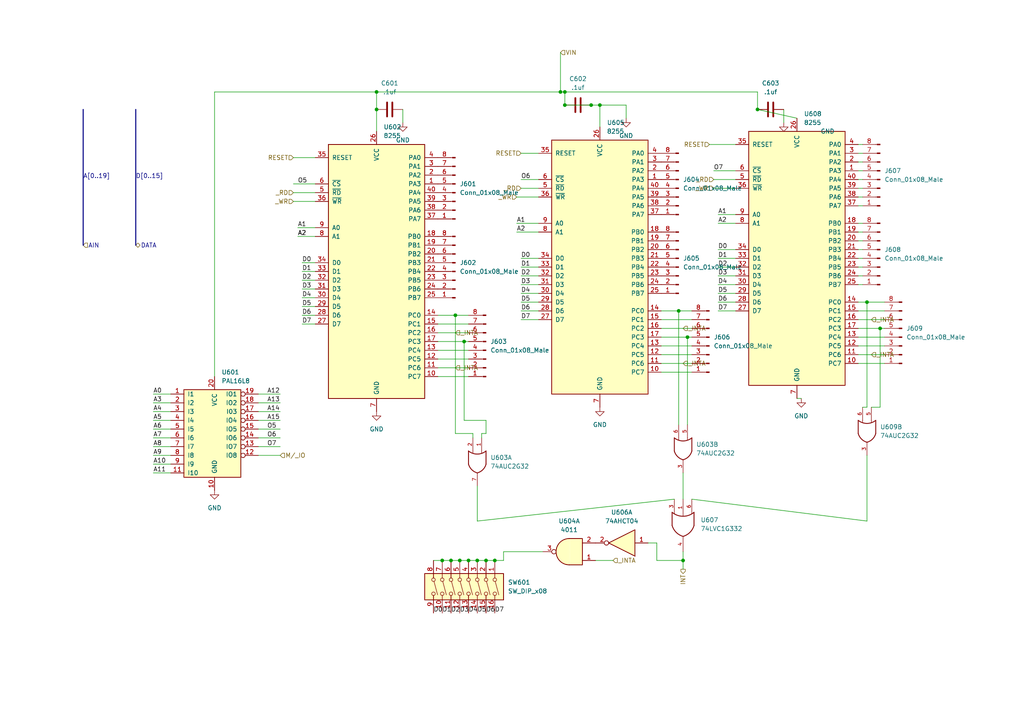
<source format=kicad_sch>
(kicad_sch (version 20211123) (generator eeschema)
  (paper "A4")
  (lib_symbols
    (symbol "4xxx:4011" (pin_names (offset 1.016))
      (property "Reference" "U" (at 0 1.27 0))
      (property "Value" "4011" (at 0 -1.27 0))
      (symbol "4011_1_1"
        (arc (start 0 -3.81) (mid 3.81 0) (end 0 3.81) (stroke (width 0.254)) (fill (type background)))
        (polyline (pts (xy 0 3.81) (xy -3.81 3.81) (xy -3.81 -3.81) (xy 0 -3.81)) (stroke (width 0.254)) (fill (type background)))
        (pin input line (at -7.62 2.54 0) (length 3.81) (name "~") (number "1"))
        (pin input line (at -7.62 -2.54 0) (length 3.81) (name "~") (number "2"))
        (pin output inverted (at 7.62 0 180) (length 3.81) (name "~") (number "3"))
      )
      (symbol "4011_1_2"
        (arc (start -3.81 -3.81) (mid -2.589 0) (end -3.81 3.81) (stroke (width 0.254)))
        (arc (start -0.6096 -3.81) (mid 2.1842 -2.5851) (end 3.81 0) (stroke (width 0.254)) (fill (type background)))
        (polyline (pts (xy -3.81 -3.81) (xy -0.635 -3.81)) (stroke (width 0.254)) (fill (type background)))
        (polyline (pts (xy -3.81 3.81) (xy -0.635 3.81)) (stroke (width 0.254)) (fill (type background)))
        (polyline (pts (xy -0.635 3.81) (xy -3.81 3.81) (xy -3.81 3.81) (xy -3.556 3.4036) (xy -3.0226 2.2606) (xy -2.6924 1.0414) (xy -2.6162 -0.254) (xy -2.7686 -1.4986) (xy -3.175 -2.7178) (xy -3.81 -3.81) (xy -3.81 -3.81) (xy -0.635 -3.81)) (stroke (width -25.4)) (fill (type background)))
        (arc (start 3.81 0) (mid 2.1915 2.5936) (end -0.6096 3.81) (stroke (width 0.254)) (fill (type background)))
        (pin input inverted (at -7.62 2.54 0) (length 4.318) (name "~") (number "1"))
        (pin input inverted (at -7.62 -2.54 0) (length 4.318) (name "~") (number "2"))
        (pin output line (at 7.62 0 180) (length 3.81) (name "~") (number "3"))
      )
      (symbol "4011_2_1"
        (arc (start 0 -3.81) (mid 3.81 0) (end 0 3.81) (stroke (width 0.254)) (fill (type background)))
        (polyline (pts (xy 0 3.81) (xy -3.81 3.81) (xy -3.81 -3.81) (xy 0 -3.81)) (stroke (width 0.254)) (fill (type background)))
        (pin output inverted (at 7.62 0 180) (length 3.81) (name "~") (number "4"))
        (pin input line (at -7.62 2.54 0) (length 3.81) (name "~") (number "5"))
        (pin input line (at -7.62 -2.54 0) (length 3.81) (name "~") (number "6"))
      )
      (symbol "4011_2_2"
        (arc (start -3.81 -3.81) (mid -2.589 0) (end -3.81 3.81) (stroke (width 0.254)))
        (arc (start -0.6096 -3.81) (mid 2.1842 -2.5851) (end 3.81 0) (stroke (width 0.254)) (fill (type background)))
        (polyline (pts (xy -3.81 -3.81) (xy -0.635 -3.81)) (stroke (width 0.254)) (fill (type background)))
        (polyline (pts (xy -3.81 3.81) (xy -0.635 3.81)) (stroke (width 0.254)) (fill (type background)))
        (polyline (pts (xy -0.635 3.81) (xy -3.81 3.81) (xy -3.81 3.81) (xy -3.556 3.4036) (xy -3.0226 2.2606) (xy -2.6924 1.0414) (xy -2.6162 -0.254) (xy -2.7686 -1.4986) (xy -3.175 -2.7178) (xy -3.81 -3.81) (xy -3.81 -3.81) (xy -0.635 -3.81)) (stroke (width -25.4)) (fill (type background)))
        (arc (start 3.81 0) (mid 2.1915 2.5936) (end -0.6096 3.81) (stroke (width 0.254)) (fill (type background)))
        (pin output line (at 7.62 0 180) (length 3.81) (name "~") (number "4"))
        (pin input inverted (at -7.62 2.54 0) (length 4.318) (name "~") (number "5"))
        (pin input inverted (at -7.62 -2.54 0) (length 4.318) (name "~") (number "6"))
      )
      (symbol "4011_3_1"
        (arc (start 0 -3.81) (mid 3.81 0) (end 0 3.81) (stroke (width 0.254)) (fill (type background)))
        (polyline (pts (xy 0 3.81) (xy -3.81 3.81) (xy -3.81 -3.81) (xy 0 -3.81)) (stroke (width 0.254)) (fill (type background)))
        (pin output inverted (at 7.62 0 180) (length 3.81) (name "~") (number "10"))
        (pin input line (at -7.62 2.54 0) (length 3.81) (name "~") (number "8"))
        (pin input line (at -7.62 -2.54 0) (length 3.81) (name "~") (number "9"))
      )
      (symbol "4011_3_2"
        (arc (start -3.81 -3.81) (mid -2.589 0) (end -3.81 3.81) (stroke (width 0.254)))
        (arc (start -0.6096 -3.81) (mid 2.1842 -2.5851) (end 3.81 0) (stroke (width 0.254)) (fill (type background)))
        (polyline (pts (xy -3.81 -3.81) (xy -0.635 -3.81)) (stroke (width 0.254)) (fill (type background)))
        (polyline (pts (xy -3.81 3.81) (xy -0.635 3.81)) (stroke (width 0.254)) (fill (type background)))
        (polyline (pts (xy -0.635 3.81) (xy -3.81 3.81) (xy -3.81 3.81) (xy -3.556 3.4036) (xy -3.0226 2.2606) (xy -2.6924 1.0414) (xy -2.6162 -0.254) (xy -2.7686 -1.4986) (xy -3.175 -2.7178) (xy -3.81 -3.81) (xy -3.81 -3.81) (xy -0.635 -3.81)) (stroke (width -25.4)) (fill (type background)))
        (arc (start 3.81 0) (mid 2.1915 2.5936) (end -0.6096 3.81) (stroke (width 0.254)) (fill (type background)))
        (pin output line (at 7.62 0 180) (length 3.81) (name "~") (number "10"))
        (pin input inverted (at -7.62 2.54 0) (length 4.318) (name "~") (number "8"))
        (pin input inverted (at -7.62 -2.54 0) (length 4.318) (name "~") (number "9"))
      )
      (symbol "4011_4_1"
        (arc (start 0 -3.81) (mid 3.81 0) (end 0 3.81) (stroke (width 0.254)) (fill (type background)))
        (polyline (pts (xy 0 3.81) (xy -3.81 3.81) (xy -3.81 -3.81) (xy 0 -3.81)) (stroke (width 0.254)) (fill (type background)))
        (pin output inverted (at 7.62 0 180) (length 3.81) (name "~") (number "11"))
        (pin input line (at -7.62 2.54 0) (length 3.81) (name "~") (number "12"))
        (pin input line (at -7.62 -2.54 0) (length 3.81) (name "~") (number "13"))
      )
      (symbol "4011_4_2"
        (arc (start -3.81 -3.81) (mid -2.589 0) (end -3.81 3.81) (stroke (width 0.254)))
        (arc (start -0.6096 -3.81) (mid 2.1842 -2.5851) (end 3.81 0) (stroke (width 0.254)) (fill (type background)))
        (polyline (pts (xy -3.81 -3.81) (xy -0.635 -3.81)) (stroke (width 0.254)) (fill (type background)))
        (polyline (pts (xy -3.81 3.81) (xy -0.635 3.81)) (stroke (width 0.254)) (fill (type background)))
        (polyline (pts (xy -0.635 3.81) (xy -3.81 3.81) (xy -3.81 3.81) (xy -3.556 3.4036) (xy -3.0226 2.2606) (xy -2.6924 1.0414) (xy -2.6162 -0.254) (xy -2.7686 -1.4986) (xy -3.175 -2.7178) (xy -3.81 -3.81) (xy -3.81 -3.81) (xy -0.635 -3.81)) (stroke (width -25.4)) (fill (type background)))
        (arc (start 3.81 0) (mid 2.1915 2.5936) (end -0.6096 3.81) (stroke (width 0.254)) (fill (type background)))
        (pin output line (at 7.62 0 180) (length 3.81) (name "~") (number "11"))
        (pin input inverted (at -7.62 2.54 0) (length 4.318) (name "~") (number "12"))
        (pin input inverted (at -7.62 -2.54 0) (length 4.318) (name "~") (number "13"))
      )
      (symbol "4011_5_0"
        (pin power_in line (at 0 12.7 270) (length 5.08) (name "VDD") (number "14"))
        (pin power_in line (at 0 -12.7 90) (length 5.08) (name "VSS") (number "7"))
      )
      (symbol "4011_5_1"
        (rectangle (start -5.08 7.62) (end 5.08 -7.62) (stroke (width 0.254)) (fill (type background)))
      )
    )
    (symbol "74xGxx:74AUC2G32" (pin_names (offset 1.016))
      (property "Reference" "U" (at -2.54 3.81 0))
      (property "Value" "74AUC2G32" (at 0 -3.81 0))
      (symbol "74AUC2G32_0_1"
        (arc (start -3.81 -2.54) (mid -2.919 0) (end -3.81 2.54) (stroke (width 0.254)))
        (arc (start 0 -2.54) (mid 1.5993 -1.6027) (end 2.54 0) (stroke (width 0.254)))
        (polyline (pts (xy -3.81 -1.27) (xy -3.175 -1.27)))
        (polyline (pts (xy -3.81 1.27) (xy -3.175 1.27)))
        (polyline (pts (xy 0 -2.54) (xy -3.81 -2.54)) (stroke (width 0.254)) (fill (type background)))
        (polyline (pts (xy 0 2.54) (xy -3.81 2.54)) (stroke (width 0.254)) (fill (type background)))
        (arc (start 2.54 0) (mid 1.6119 1.6152) (end 0 2.54) (stroke (width 0.254)))
        (pin power_in line (at 0 -2.54 270) (length 0) hide (name "GND") (number "4"))
        (pin power_in line (at 0 2.54 90) (length 0) hide (name "VCC") (number "8"))
      )
      (symbol "74AUC2G32_1_1"
        (pin input line (at -7.62 1.27 0) (length 3.81) (name "~") (number "1"))
        (pin input line (at -7.62 -1.27 0) (length 3.81) (name "~") (number "2"))
        (pin output line (at 6.35 0 180) (length 3.81) (name "~") (number "7"))
      )
      (symbol "74AUC2G32_2_1"
        (pin output line (at 6.35 0 180) (length 3.81) (name "~") (number "3"))
        (pin input line (at -7.62 1.27 0) (length 3.81) (name "~") (number "5"))
        (pin input line (at -7.62 -1.27 0) (length 3.81) (name "~") (number "6"))
      )
    )
    (symbol "74xGxx:74LVC1G332" (pin_names (offset 1.016))
      (property "Reference" "U" (at -2.54 5.08 0))
      (property "Value" "74LVC1G332" (at 0 -5.08 0))
      (symbol "74LVC1G332_0_1"
        (arc (start -3.81 -3.175) (mid -2.6605 0) (end -3.81 3.175) (stroke (width 0.254)))
        (arc (start 0 -3.175) (mid 1.9989 -1.9989) (end 3.175 0) (stroke (width 0.254)))
        (polyline (pts (xy 0 -3.175) (xy -3.81 -3.175)) (stroke (width 0.254)))
        (polyline (pts (xy 0 3.175) (xy -3.81 3.175)) (stroke (width 0.254)))
        (arc (start 3.175 0) (mid 1.9989 1.9989) (end 0 3.175) (stroke (width 0.254)))
      )
      (symbol "74LVC1G332_1_1"
        (pin input line (at -7.62 0 0) (length 4.826) (name "~") (number "1"))
        (pin power_in line (at 0 -3.175 270) (length 0) hide (name "GND") (number "2"))
        (pin input line (at -7.62 -2.54 0) (length 4.191) (name "~") (number "3"))
        (pin output line (at 7.62 0 180) (length 4.445) (name "~") (number "4"))
        (pin power_in line (at 0 3.175 90) (length 0) hide (name "VCC") (number "5"))
        (pin input line (at -7.62 2.54 0) (length 4.191) (name "~") (number "6"))
      )
    )
    (symbol "74xx:74AHCT04"
      (property "Reference" "U" (at 0 1.27 0))
      (property "Value" "74AHCT04" (at 0 -1.27 0))
      (symbol "74AHCT04_1_0"
        (polyline (pts (xy -3.81 3.81) (xy -3.81 -3.81) (xy 3.81 0) (xy -3.81 3.81)) (stroke (width 0.254)) (fill (type background)))
        (pin input line (at -7.62 0 0) (length 3.81) (name "~") (number "1"))
        (pin output inverted (at 7.62 0 180) (length 3.81) (name "~") (number "2"))
      )
      (symbol "74AHCT04_2_0"
        (polyline (pts (xy -3.81 3.81) (xy -3.81 -3.81) (xy 3.81 0) (xy -3.81 3.81)) (stroke (width 0.254)) (fill (type background)))
        (pin input line (at -7.62 0 0) (length 3.81) (name "~") (number "3"))
        (pin output inverted (at 7.62 0 180) (length 3.81) (name "~") (number "4"))
      )
      (symbol "74AHCT04_3_0"
        (polyline (pts (xy -3.81 3.81) (xy -3.81 -3.81) (xy 3.81 0) (xy -3.81 3.81)) (stroke (width 0.254)) (fill (type background)))
        (pin input line (at -7.62 0 0) (length 3.81) (name "~") (number "5"))
        (pin output inverted (at 7.62 0 180) (length 3.81) (name "~") (number "6"))
      )
      (symbol "74AHCT04_4_0"
        (polyline (pts (xy -3.81 3.81) (xy -3.81 -3.81) (xy 3.81 0) (xy -3.81 3.81)) (stroke (width 0.254)) (fill (type background)))
        (pin output inverted (at 7.62 0 180) (length 3.81) (name "~") (number "8"))
        (pin input line (at -7.62 0 0) (length 3.81) (name "~") (number "9"))
      )
      (symbol "74AHCT04_5_0"
        (polyline (pts (xy -3.81 3.81) (xy -3.81 -3.81) (xy 3.81 0) (xy -3.81 3.81)) (stroke (width 0.254)) (fill (type background)))
        (pin output inverted (at 7.62 0 180) (length 3.81) (name "~") (number "10"))
        (pin input line (at -7.62 0 0) (length 3.81) (name "~") (number "11"))
      )
      (symbol "74AHCT04_6_0"
        (polyline (pts (xy -3.81 3.81) (xy -3.81 -3.81) (xy 3.81 0) (xy -3.81 3.81)) (stroke (width 0.254)) (fill (type background)))
        (pin output inverted (at 7.62 0 180) (length 3.81) (name "~") (number "12"))
        (pin input line (at -7.62 0 0) (length 3.81) (name "~") (number "13"))
      )
      (symbol "74AHCT04_7_0"
        (pin power_in line (at 0 12.7 270) (length 5.08) (name "VCC") (number "14"))
        (pin power_in line (at 0 -12.7 90) (length 5.08) (name "GND") (number "7"))
      )
      (symbol "74AHCT04_7_1"
        (rectangle (start -5.08 7.62) (end 5.08 -7.62) (stroke (width 0.254)) (fill (type background)))
      )
    )
    (symbol "Connector:Conn_01x08_Male" (pin_names (offset 1.016) hide)
      (property "Reference" "J" (at 0 10.16 0))
      (property "Value" "Conn_01x08_Male" (at 0 -12.7 0))
      (symbol "Conn_01x08_Male_1_1"
        (polyline (pts (xy 1.27 -10.16) (xy 0.8636 -10.16)) (stroke (width 0.1524)))
        (polyline (pts (xy 1.27 -7.62) (xy 0.8636 -7.62)) (stroke (width 0.1524)))
        (polyline (pts (xy 1.27 -5.08) (xy 0.8636 -5.08)) (stroke (width 0.1524)))
        (polyline (pts (xy 1.27 -2.54) (xy 0.8636 -2.54)) (stroke (width 0.1524)))
        (polyline (pts (xy 1.27 0) (xy 0.8636 0)) (stroke (width 0.1524)))
        (polyline (pts (xy 1.27 2.54) (xy 0.8636 2.54)) (stroke (width 0.1524)))
        (polyline (pts (xy 1.27 5.08) (xy 0.8636 5.08)) (stroke (width 0.1524)))
        (polyline (pts (xy 1.27 7.62) (xy 0.8636 7.62)) (stroke (width 0.1524)))
        (rectangle (start 0.8636 -10.033) (end 0 -10.287) (stroke (width 0.1524)) (fill (type outline)))
        (rectangle (start 0.8636 -7.493) (end 0 -7.747) (stroke (width 0.1524)) (fill (type outline)))
        (rectangle (start 0.8636 -4.953) (end 0 -5.207) (stroke (width 0.1524)) (fill (type outline)))
        (rectangle (start 0.8636 -2.413) (end 0 -2.667) (stroke (width 0.1524)) (fill (type outline)))
        (rectangle (start 0.8636 0.127) (end 0 -0.127) (stroke (width 0.1524)) (fill (type outline)))
        (rectangle (start 0.8636 2.667) (end 0 2.413) (stroke (width 0.1524)) (fill (type outline)))
        (rectangle (start 0.8636 5.207) (end 0 4.953) (stroke (width 0.1524)) (fill (type outline)))
        (rectangle (start 0.8636 7.747) (end 0 7.493) (stroke (width 0.1524)) (fill (type outline)))
        (pin passive line (at 5.08 7.62 180) (length 3.81) (name "Pin_1") (number "1"))
        (pin passive line (at 5.08 5.08 180) (length 3.81) (name "Pin_2") (number "2"))
        (pin passive line (at 5.08 2.54 180) (length 3.81) (name "Pin_3") (number "3"))
        (pin passive line (at 5.08 0 180) (length 3.81) (name "Pin_4") (number "4"))
        (pin passive line (at 5.08 -2.54 180) (length 3.81) (name "Pin_5") (number "5"))
        (pin passive line (at 5.08 -5.08 180) (length 3.81) (name "Pin_6") (number "6"))
        (pin passive line (at 5.08 -7.62 180) (length 3.81) (name "Pin_7") (number "7"))
        (pin passive line (at 5.08 -10.16 180) (length 3.81) (name "Pin_8") (number "8"))
      )
    )
    (symbol "Device:C" (pin_numbers hide) (pin_names (offset 0.254))
      (property "Reference" "C" (at 0.635 2.54 0))
      (property "Value" "C" (at 0.635 -2.54 0))
      (symbol "C_0_1"
        (polyline (pts (xy -2.032 -0.762) (xy 2.032 -0.762)) (stroke (width 0.508)))
        (polyline (pts (xy -2.032 0.762) (xy 2.032 0.762)) (stroke (width 0.508)))
      )
      (symbol "C_1_1"
        (pin passive line (at 0 3.81 270) (length 2.794) (name "~") (number "1"))
        (pin passive line (at 0 -3.81 90) (length 2.794) (name "~") (number "2"))
      )
    )
    (symbol "Interface:8255" (pin_names (offset 1.016))
      (property "Reference" "U" (at -13.97 38.1 0))
      (property "Value" "8255" (at 8.89 38.1 0))
      (symbol "8255_1_1"
        (rectangle (start -13.97 -36.83) (end 13.97 36.83) (stroke (width 0.254)) (fill (type background)))
        (pin bidirectional line (at 17.78 25.4 180) (length 3.81) (name "PA3") (number "1"))
        (pin bidirectional line (at 17.78 -30.48 180) (length 3.81) (name "PC7") (number "10"))
        (pin bidirectional line (at 17.78 -27.94 180) (length 3.81) (name "PC6") (number "11"))
        (pin bidirectional line (at 17.78 -25.4 180) (length 3.81) (name "PC5") (number "12"))
        (pin bidirectional line (at 17.78 -22.86 180) (length 3.81) (name "PC4") (number "13"))
        (pin bidirectional line (at 17.78 -12.7 180) (length 3.81) (name "PC0") (number "14"))
        (pin bidirectional line (at 17.78 -15.24 180) (length 3.81) (name "PC1") (number "15"))
        (pin bidirectional line (at 17.78 -17.78 180) (length 3.81) (name "PC2") (number "16"))
        (pin bidirectional line (at 17.78 -20.32 180) (length 3.81) (name "PC3") (number "17"))
        (pin bidirectional line (at 17.78 10.16 180) (length 3.81) (name "PB0") (number "18"))
        (pin bidirectional line (at 17.78 7.62 180) (length 3.81) (name "PB1") (number "19"))
        (pin bidirectional line (at 17.78 27.94 180) (length 3.81) (name "PA2") (number "2"))
        (pin bidirectional line (at 17.78 5.08 180) (length 3.81) (name "PB2") (number "20"))
        (pin bidirectional line (at 17.78 2.54 180) (length 3.81) (name "PB3") (number "21"))
        (pin bidirectional line (at 17.78 0 180) (length 3.81) (name "PB4") (number "22"))
        (pin bidirectional line (at 17.78 -2.54 180) (length 3.81) (name "PB5") (number "23"))
        (pin bidirectional line (at 17.78 -5.08 180) (length 3.81) (name "PB6") (number "24"))
        (pin bidirectional line (at 17.78 -7.62 180) (length 3.81) (name "PB7") (number "25"))
        (pin power_in line (at 0 40.64 270) (length 3.81) (name "VCC") (number "26"))
        (pin bidirectional line (at -17.78 -15.24 0) (length 3.81) (name "D7") (number "27"))
        (pin bidirectional line (at -17.78 -12.7 0) (length 3.81) (name "D6") (number "28"))
        (pin bidirectional line (at -17.78 -10.16 0) (length 3.81) (name "D5") (number "29"))
        (pin bidirectional line (at 17.78 30.48 180) (length 3.81) (name "PA1") (number "3"))
        (pin bidirectional line (at -17.78 -7.62 0) (length 3.81) (name "D4") (number "30"))
        (pin bidirectional line (at -17.78 -5.08 0) (length 3.81) (name "D3") (number "31"))
        (pin bidirectional line (at -17.78 -2.54 0) (length 3.81) (name "D2") (number "32"))
        (pin bidirectional line (at -17.78 0 0) (length 3.81) (name "D1") (number "33"))
        (pin bidirectional line (at -17.78 2.54 0) (length 3.81) (name "D0") (number "34"))
        (pin input line (at -17.78 33.02 0) (length 3.81) (name "RESET") (number "35"))
        (pin input line (at -17.78 20.32 0) (length 3.81) (name "~{WR}") (number "36"))
        (pin bidirectional line (at 17.78 15.24 180) (length 3.81) (name "PA7") (number "37"))
        (pin bidirectional line (at 17.78 17.78 180) (length 3.81) (name "PA6") (number "38"))
        (pin bidirectional line (at 17.78 20.32 180) (length 3.81) (name "PA5") (number "39"))
        (pin bidirectional line (at 17.78 33.02 180) (length 3.81) (name "PA0") (number "4"))
        (pin bidirectional line (at 17.78 22.86 180) (length 3.81) (name "PA4") (number "40"))
        (pin input line (at -17.78 22.86 0) (length 3.81) (name "~{RD}") (number "5"))
        (pin input line (at -17.78 25.4 0) (length 3.81) (name "~{CS}") (number "6"))
        (pin power_in line (at 0 -40.64 90) (length 3.81) (name "GND") (number "7"))
        (pin input line (at -17.78 10.16 0) (length 3.81) (name "A1") (number "8"))
        (pin input line (at -17.78 12.7 0) (length 3.81) (name "A0") (number "9"))
      )
    )
    (symbol "Logic_Programmable:PAL16L8" (pin_names (offset 1.016))
      (property "Reference" "U" (at -8.89 16.51 0))
      (property "Value" "PAL16L8" (at 1.27 16.51 0))
      (symbol "PAL16L8_0_0"
        (pin power_in line (at 0 -15.24 90) (length 3.81) (name "GND") (number "10"))
        (pin power_in line (at 0 17.78 270) (length 3.81) (name "VCC") (number "20"))
      )
      (symbol "PAL16L8_0_1"
        (rectangle (start -8.89 13.97) (end 7.62 -11.43) (stroke (width 0.254)) (fill (type background)))
      )
      (symbol "PAL16L8_1_1"
        (pin input line (at -12.7 12.7 0) (length 3.81) (name "I1") (number "1"))
        (pin input line (at -12.7 -10.16 0) (length 3.81) (name "I10") (number "11"))
        (pin tri_state inverted (at 12.7 -5.08 180) (length 5.08) (name "IO8") (number "12"))
        (pin tri_state inverted (at 12.7 -2.54 180) (length 5.08) (name "IO7") (number "13"))
        (pin tri_state inverted (at 12.7 0 180) (length 5.08) (name "IO6") (number "14"))
        (pin tri_state inverted (at 12.7 2.54 180) (length 5.08) (name "IO5") (number "15"))
        (pin tri_state inverted (at 12.7 5.08 180) (length 5.08) (name "IO4") (number "16"))
        (pin tri_state inverted (at 12.7 7.62 180) (length 5.08) (name "I03") (number "17"))
        (pin tri_state inverted (at 12.7 10.16 180) (length 5.08) (name "IO2") (number "18"))
        (pin tri_state inverted (at 12.7 12.7 180) (length 5.08) (name "IO1") (number "19"))
        (pin input line (at -12.7 10.16 0) (length 3.81) (name "I2") (number "2"))
        (pin input line (at -12.7 7.62 0) (length 3.81) (name "I3") (number "3"))
        (pin input line (at -12.7 5.08 0) (length 3.81) (name "I4") (number "4"))
        (pin input line (at -12.7 2.54 0) (length 3.81) (name "I5") (number "5"))
        (pin input line (at -12.7 0 0) (length 3.81) (name "I6") (number "6"))
        (pin input line (at -12.7 -2.54 0) (length 3.81) (name "I7") (number "7"))
        (pin input line (at -12.7 -5.08 0) (length 3.81) (name "I8") (number "8"))
        (pin input line (at -12.7 -7.62 0) (length 3.81) (name "I9") (number "9"))
      )
    )
    (symbol "Switch:SW_DIP_x08" (pin_names (offset 0) hide)
      (property "Reference" "SW" (at 0 13.97 0))
      (property "Value" "SW_DIP_x08" (at 0 -11.43 0))
      (symbol "SW_DIP_x08_0_0"
        (circle (center -2.032 -7.62) (radius 0.508))
        (circle (center -2.032 -5.08) (radius 0.508))
        (circle (center -2.032 -2.54) (radius 0.508))
        (circle (center -2.032 0) (radius 0.508))
        (circle (center -2.032 2.54) (radius 0.508))
        (circle (center -2.032 5.08) (radius 0.508))
        (circle (center -2.032 7.62) (radius 0.508))
        (circle (center -2.032 10.16) (radius 0.508))
        (polyline (pts (xy -1.524 -7.4676) (xy 2.3622 -6.4262)))
        (polyline (pts (xy -1.524 -4.9276) (xy 2.3622 -3.8862)))
        (polyline (pts (xy -1.524 -2.3876) (xy 2.3622 -1.3462)))
        (polyline (pts (xy -1.524 0.127) (xy 2.3622 1.1684)))
        (polyline (pts (xy -1.524 2.667) (xy 2.3622 3.7084)))
        (polyline (pts (xy -1.524 5.207) (xy 2.3622 6.2484)))
        (polyline (pts (xy -1.524 7.747) (xy 2.3622 8.7884)))
        (polyline (pts (xy -1.524 10.287) (xy 2.3622 11.3284)))
        (circle (center 2.032 -7.62) (radius 0.508))
        (circle (center 2.032 -5.08) (radius 0.508))
        (circle (center 2.032 -2.54) (radius 0.508))
        (circle (center 2.032 0) (radius 0.508))
        (circle (center 2.032 2.54) (radius 0.508))
        (circle (center 2.032 5.08) (radius 0.508))
        (circle (center 2.032 7.62) (radius 0.508))
        (circle (center 2.032 10.16) (radius 0.508))
      )
      (symbol "SW_DIP_x08_0_1"
        (rectangle (start -3.81 12.7) (end 3.81 -10.16) (stroke (width 0.254)) (fill (type background)))
      )
      (symbol "SW_DIP_x08_1_1"
        (pin passive line (at -7.62 10.16 0) (length 5.08) (name "~") (number "1"))
        (pin passive line (at 7.62 -5.08 180) (length 5.08) (name "~") (number "10"))
        (pin passive line (at 7.62 -2.54 180) (length 5.08) (name "~") (number "11"))
        (pin passive line (at 7.62 0 180) (length 5.08) (name "~") (number "12"))
        (pin passive line (at 7.62 2.54 180) (length 5.08) (name "~") (number "13"))
        (pin passive line (at 7.62 5.08 180) (length 5.08) (name "~") (number "14"))
        (pin passive line (at 7.62 7.62 180) (length 5.08) (name "~") (number "15"))
        (pin passive line (at 7.62 10.16 180) (length 5.08) (name "~") (number "16"))
        (pin passive line (at -7.62 7.62 0) (length 5.08) (name "~") (number "2"))
        (pin passive line (at -7.62 5.08 0) (length 5.08) (name "~") (number "3"))
        (pin passive line (at -7.62 2.54 0) (length 5.08) (name "~") (number "4"))
        (pin passive line (at -7.62 0 0) (length 5.08) (name "~") (number "5"))
        (pin passive line (at -7.62 -2.54 0) (length 5.08) (name "~") (number "6"))
        (pin passive line (at -7.62 -5.08 0) (length 5.08) (name "~") (number "7"))
        (pin passive line (at -7.62 -7.62 0) (length 5.08) (name "~") (number "8"))
        (pin passive line (at 7.62 -7.62 180) (length 5.08) (name "~") (number "9"))
      )
    )
    (symbol "power:GND" (power) (pin_names (offset 0))
      (property "Value" "GND" (at 0 -3.81 0))
      (symbol "GND_0_1"
        (polyline (pts (xy 0 0) (xy 0 -1.27) (xy 1.27 -1.27) (xy 0 -2.54) (xy -1.27 -1.27) (xy 0 -1.27)))
      )
      (symbol "GND_1_1"
        (pin power_in line (at 0 0 270) (length 0) hide (name "GND") (number "1"))
      )
    )
  )
  (junction (at 171.45 30.48))
  (junction (at 109.22 26.67))
  (junction (at 199.39 97.79))
  (junction (at 132.08 91.44))
  (junction (at 162.56 26.67))
  (junction (at 163.83 26.67))
  (junction (at 255.27 95.25))
  (junction (at 130.81 162.56))
  (junction (at 198.12 162.56))
  (junction (at 128.27 162.56))
  (junction (at 138.43 162.56))
  (junction (at 219.71 31.75))
  (junction (at 196.85 90.17))
  (junction (at 134.62 99.06))
  (junction (at 135.89 162.56))
  (junction (at 251.46 87.63))
  (junction (at 163.83 30.48))
  (junction (at 109.22 31.75))
  (junction (at 140.97 162.56))
  (junction (at 133.35 162.56))
  (junction (at 143.51 162.56))
  (junction (at 173.99 30.48))
  (wire (pts (xy 137.16 125.73) (xy 137.16 127)))
  (wire (pts (xy 128.27 162.56) (xy 125.73 162.56)))
  (wire (pts (xy 190.5 157.48) (xy 190.5 162.56)))
  (wire (pts (xy 198.12 137.16) (xy 198.12 144.78)))
  (wire (pts (xy 181.61 30.48) (xy 173.99 30.48)))
  (wire (pts (xy 140.97 121.92) (xy 140.97 125.73)))
  (wire (pts (xy 87.63 76.2) (xy 91.44 76.2)))
  (wire (pts (xy 248.92 92.71) (xy 256.54 92.71)))
  (wire (pts (xy 248.92 102.87) (xy 256.54 102.87)))
  (wire (pts (xy 44.45 134.62) (xy 49.53 134.62)))
  (wire (pts (xy 74.93 124.46) (xy 81.28 124.46)))
  (wire (pts (xy 207.01 52.07) (xy 213.36 52.07)))
  (wire (pts (xy 248.92 80.01) (xy 250.19 80.01)))
  (wire (pts (xy 151.13 77.47) (xy 156.21 77.47)))
  (wire (pts (xy 109.22 26.67) (xy 109.22 31.75)))
  (wire (pts (xy 85.09 58.42) (xy 91.44 58.42)))
  (wire (pts (xy 87.63 81.28) (xy 91.44 81.28)))
  (wire (pts (xy 248.92 105.41) (xy 256.54 105.41)))
  (wire (pts (xy 250.19 118.11) (xy 251.46 118.11)))
  (wire (pts (xy 162.56 26.67) (xy 163.83 26.67)))
  (wire (pts (xy 171.45 30.48) (xy 163.83 30.48)))
  (wire (pts (xy 248.92 59.69) (xy 250.19 59.69)))
  (wire (pts (xy 151.13 92.71) (xy 156.21 92.71)))
  (wire (pts (xy 200.66 92.71) (xy 191.77 92.71)))
  (wire (pts (xy 248.92 52.07) (xy 250.19 52.07)))
  (wire (pts (xy 248.92 82.55) (xy 250.19 82.55)))
  (wire (pts (xy 200.66 102.87) (xy 191.77 102.87)))
  (wire (pts (xy 87.63 91.44) (xy 91.44 91.44)))
  (wire (pts (xy 74.93 116.84) (xy 81.28 116.84)))
  (wire (pts (xy 109.22 31.75) (xy 109.22 38.1)))
  (wire (pts (xy 200.66 105.41) (xy 191.77 105.41)))
  (wire (pts (xy 163.83 26.67) (xy 219.71 26.67)))
  (wire (pts (xy 132.08 91.44) (xy 132.08 125.73)))
  (wire (pts (xy 74.93 114.3) (xy 81.28 114.3)))
  (wire (pts (xy 149.86 57.15) (xy 156.21 57.15)))
  (wire (pts (xy 44.45 129.54) (xy 49.53 129.54)))
  (wire (pts (xy 231.14 115.57) (xy 232.41 115.57)))
  (wire (pts (xy 248.92 77.47) (xy 250.19 77.47)))
  (wire (pts (xy 44.45 127) (xy 49.53 127)))
  (wire (pts (xy 208.28 85.09) (xy 213.36 85.09)))
  (wire (pts (xy 219.71 26.67) (xy 219.71 31.75)))
  (wire (pts (xy 207.01 54.61) (xy 213.36 54.61)))
  (wire (pts (xy 135.89 99.06) (xy 134.62 99.06)))
  (wire (pts (xy 74.93 119.38) (xy 81.28 119.38)))
  (wire (pts (xy 87.63 88.9) (xy 91.44 88.9)))
  (wire (pts (xy 134.62 99.06) (xy 134.62 121.92)))
  (wire (pts (xy 130.81 162.56) (xy 128.27 162.56)))
  (wire (pts (xy 251.46 132.08) (xy 251.46 151.13)))
  (wire (pts (xy 200.66 90.17) (xy 196.85 90.17)))
  (wire (pts (xy 151.13 80.01) (xy 156.21 80.01)))
  (wire (pts (xy 208.28 77.47) (xy 213.36 77.47)))
  (wire (pts (xy 248.92 95.25) (xy 255.27 95.25)))
  (wire (pts (xy 251.46 151.13) (xy 200.66 144.78)))
  (wire (pts (xy 248.92 49.53) (xy 250.19 49.53)))
  (wire (pts (xy 135.89 109.22) (xy 127 109.22)))
  (wire (pts (xy 74.93 129.54) (xy 81.28 129.54)))
  (wire (pts (xy 196.85 90.17) (xy 196.85 123.19)))
  (wire (pts (xy 255.27 95.25) (xy 255.27 118.11)))
  (wire (pts (xy 208.28 72.39) (xy 213.36 72.39)))
  (wire (pts (xy 134.62 121.92) (xy 140.97 121.92)))
  (wire (pts (xy 85.09 55.88) (xy 91.44 55.88)))
  (wire (pts (xy 138.43 140.97) (xy 138.43 151.13)))
  (wire (pts (xy 196.85 90.17) (xy 191.77 90.17)))
  (wire (pts (xy 149.86 67.31) (xy 156.21 67.31)))
  (wire (pts (xy 151.13 54.61) (xy 156.21 54.61)))
  (wire (pts (xy 140.97 125.73) (xy 139.7 125.73)))
  (wire (pts (xy 87.63 86.36) (xy 91.44 86.36)))
  (wire (pts (xy 151.13 85.09) (xy 156.21 85.09)))
  (wire (pts (xy 227.33 31.75) (xy 227.33 35.56)))
  (wire (pts (xy 172.72 162.56) (xy 177.8 162.56)))
  (wire (pts (xy 207.01 49.53) (xy 213.36 49.53)))
  (bus (pts (xy 24.13 31.75) (xy 24.13 71.12)))
  (wire (pts (xy 173.99 30.48) (xy 171.45 30.48)))
  (wire (pts (xy 248.92 44.45) (xy 250.19 44.45)))
  (wire (pts (xy 200.66 97.79) (xy 199.39 97.79)))
  (wire (pts (xy 200.66 107.95) (xy 191.77 107.95)))
  (wire (pts (xy 187.96 157.48) (xy 190.5 157.48)))
  (bus (pts (xy 39.37 31.75) (xy 39.37 71.12)))
  (wire (pts (xy 199.39 97.79) (xy 191.77 97.79)))
  (wire (pts (xy 208.28 82.55) (xy 213.36 82.55)))
  (wire (pts (xy 200.66 100.33) (xy 191.77 100.33)))
  (wire (pts (xy 248.92 87.63) (xy 251.46 87.63)))
  (wire (pts (xy 248.92 64.77) (xy 250.19 64.77)))
  (wire (pts (xy 248.92 54.61) (xy 250.19 54.61)))
  (wire (pts (xy 252.73 118.11) (xy 255.27 118.11)))
  (wire (pts (xy 208.28 74.93) (xy 213.36 74.93)))
  (wire (pts (xy 151.13 87.63) (xy 156.21 87.63)))
  (wire (pts (xy 87.63 93.98) (xy 91.44 93.98)))
  (wire (pts (xy 146.05 162.56) (xy 143.51 162.56)))
  (wire (pts (xy 44.45 116.84) (xy 49.53 116.84)))
  (wire (pts (xy 162.56 15.24) (xy 162.56 26.67)))
  (wire (pts (xy 208.28 87.63) (xy 213.36 87.63)))
  (wire (pts (xy 149.86 64.77) (xy 156.21 64.77)))
  (wire (pts (xy 200.66 95.25) (xy 191.77 95.25)))
  (wire (pts (xy 135.89 106.68) (xy 127 106.68)))
  (wire (pts (xy 44.45 114.3) (xy 49.53 114.3)))
  (wire (pts (xy 135.89 91.44) (xy 132.08 91.44)))
  (wire (pts (xy 85.09 53.34) (xy 91.44 53.34)))
  (wire (pts (xy 198.12 165.1) (xy 198.12 162.56)))
  (wire (pts (xy 62.23 26.67) (xy 62.23 109.22)))
  (wire (pts (xy 87.63 83.82) (xy 91.44 83.82)))
  (wire (pts (xy 248.92 67.31) (xy 250.19 67.31)))
  (wire (pts (xy 163.83 26.67) (xy 163.83 30.48)))
  (wire (pts (xy 208.28 62.23) (xy 213.36 62.23)))
  (wire (pts (xy 116.84 31.75) (xy 116.84 35.56)))
  (wire (pts (xy 151.13 52.07) (xy 156.21 52.07)))
  (wire (pts (xy 248.92 57.15) (xy 250.19 57.15)))
  (wire (pts (xy 198.12 162.56) (xy 198.12 160.02)))
  (wire (pts (xy 208.28 64.77) (xy 213.36 64.77)))
  (wire (pts (xy 255.27 95.25) (xy 256.54 95.25)))
  (wire (pts (xy 143.51 162.56) (xy 140.97 162.56)))
  (wire (pts (xy 44.45 137.16) (xy 49.53 137.16)))
  (wire (pts (xy 248.92 41.91) (xy 250.19 41.91)))
  (wire (pts (xy 151.13 90.17) (xy 156.21 90.17)))
  (wire (pts (xy 86.36 66.04) (xy 91.44 66.04)))
  (wire (pts (xy 157.48 160.02) (xy 146.05 160.02)))
  (wire (pts (xy 44.45 132.08) (xy 49.53 132.08)))
  (wire (pts (xy 199.39 97.79) (xy 199.39 123.19)))
  (wire (pts (xy 109.22 26.67) (xy 62.23 26.67)))
  (wire (pts (xy 132.08 91.44) (xy 127 91.44)))
  (wire (pts (xy 139.7 125.73) (xy 139.7 127)))
  (wire (pts (xy 74.93 121.92) (xy 81.28 121.92)))
  (wire (pts (xy 208.28 80.01) (xy 213.36 80.01)))
  (wire (pts (xy 251.46 87.63) (xy 251.46 118.11)))
  (wire (pts (xy 134.62 99.06) (xy 127 99.06)))
  (wire (pts (xy 138.43 162.56) (xy 135.89 162.56)))
  (wire (pts (xy 248.92 74.93) (xy 250.19 74.93)))
  (wire (pts (xy 181.61 30.48) (xy 181.61 34.29)))
  (wire (pts (xy 151.13 74.93) (xy 156.21 74.93)))
  (wire (pts (xy 251.46 87.63) (xy 256.54 87.63)))
  (wire (pts (xy 133.35 162.56) (xy 130.81 162.56)))
  (wire (pts (xy 248.92 100.33) (xy 256.54 100.33)))
  (wire (pts (xy 140.97 162.56) (xy 138.43 162.56)))
  (wire (pts (xy 173.99 30.48) (xy 173.99 36.83)))
  (wire (pts (xy 248.92 72.39) (xy 250.19 72.39)))
  (wire (pts (xy 205.74 41.91) (xy 213.36 41.91)))
  (wire (pts (xy 44.45 119.38) (xy 49.53 119.38)))
  (wire (pts (xy 248.92 69.85) (xy 250.19 69.85)))
  (wire (pts (xy 87.63 78.74) (xy 91.44 78.74)))
  (wire (pts (xy 74.93 132.08) (xy 81.28 132.08)))
  (wire (pts (xy 135.89 93.98) (xy 127 93.98)))
  (wire (pts (xy 135.89 162.56) (xy 133.35 162.56)))
  (wire (pts (xy 248.92 97.79) (xy 256.54 97.79)))
  (wire (pts (xy 151.13 82.55) (xy 156.21 82.55)))
  (wire (pts (xy 146.05 160.02) (xy 146.05 162.56)))
  (wire (pts (xy 151.13 44.45) (xy 156.21 44.45)))
  (wire (pts (xy 138.43 151.13) (xy 195.58 144.78)))
  (wire (pts (xy 44.45 121.92) (xy 49.53 121.92)))
  (wire (pts (xy 44.45 124.46) (xy 49.53 124.46)))
  (wire (pts (xy 190.5 162.56) (xy 198.12 162.56)))
  (wire (pts (xy 208.28 90.17) (xy 213.36 90.17)))
  (wire (pts (xy 86.36 68.58) (xy 91.44 68.58)))
  (wire (pts (xy 74.93 127) (xy 81.28 127)))
  (wire (pts (xy 135.89 96.52) (xy 127 96.52)))
  (wire (pts (xy 162.56 26.67) (xy 109.22 26.67)))
  (wire (pts (xy 132.08 125.73) (xy 137.16 125.73)))
  (wire (pts (xy 219.71 31.75) (xy 231.14 34.29)))
  (wire (pts (xy 248.92 46.99) (xy 250.19 46.99)))
  (wire (pts (xy 135.89 101.6) (xy 127 101.6)))
  (wire (pts (xy 248.92 90.17) (xy 256.54 90.17)))
  (wire (pts (xy 135.89 104.14) (xy 127 104.14)))
  (wire (pts (xy 85.09 45.72) (xy 91.44 45.72)))
  (label "O7" (at 77.47 129.54 0))
  (label "D1" (at 151.13 77.47 0))
  (label "D2" (at 87.63 81.28 0))
  (label "D6" (at 87.63 91.44 0))
  (label "A4" (at 44.45 119.38 0))
  (label "D5" (at 138.43 177.8 0))
  (label "D0" (at 208.28 72.39 0))
  (label "A6" (at 44.45 124.46 0))
  (label "D7" (at 208.28 90.17 0))
  (label "A14" (at 77.47 119.38 0))
  (label "A1" (at 86.36 66.04 0))
  (label "D1" (at 208.28 74.93 0))
  (label "A5" (at 44.45 121.92 0))
  (label "O5" (at 86.36 53.34 0))
  (label "A2" (at 86.36 68.58 0))
  (label "A3" (at 44.45 116.84 0))
  (label "A13" (at 77.47 116.84 0))
  (label "D4" (at 87.63 86.36 0))
  (label "D7" (at 151.13 92.71 0))
  (label "D7" (at 143.51 177.8 0))
  (label "D0" (at 87.63 76.2 0))
  (label "A2" (at 86.36 68.58 0))
  (label "D2" (at 130.81 177.8 0))
  (label "A12" (at 77.47 114.3 0))
  (label "D6" (at 208.28 87.63 0))
  (label "O6" (at 77.47 127 0))
  (label "D0" (at 151.13 74.93 0))
  (label "D3" (at 208.28 80.01 0))
  (label "O5" (at 77.47 124.46 0))
  (label "D5" (at 87.63 88.9 0))
  (label "A[0..19]" (at 24.13 52.07 0))
  (label "A1" (at 149.86 64.77 0))
  (label "D6" (at 151.13 90.17 0))
  (label "A15" (at 77.47 121.92 0))
  (label "A2" (at 208.28 64.77 0))
  (label "D[0..15]" (at 39.37 52.07 0))
  (label "A9" (at 44.45 132.08 0))
  (label "D2" (at 151.13 80.01 0))
  (label "D4" (at 151.13 85.09 0))
  (label "D7" (at 87.63 93.98 0))
  (label "D5" (at 208.28 85.09 0))
  (label "D6" (at 140.97 177.8 0))
  (label "A1" (at 208.28 62.23 0))
  (label "O6" (at 151.13 52.07 0))
  (label "A0" (at 44.45 114.3 0))
  (label "D2" (at 208.28 77.47 0))
  (label "A8" (at 44.45 129.54 0))
  (label "D3" (at 151.13 82.55 0))
  (label "D5" (at 151.13 87.63 0))
  (label "D4" (at 135.89 177.8 0))
  (label "D0" (at 125.73 177.8 0))
  (label "A10" (at 44.45 134.62 0))
  (label "D1" (at 87.63 78.74 0))
  (label "D4" (at 208.28 82.55 0))
  (label "D3" (at 87.63 83.82 0))
  (label "A2" (at 149.86 67.31 0))
  (label "O7" (at 207.01 49.53 0))
  (label "D3" (at 133.35 177.8 0))
  (label "D1" (at 128.27 177.8 0))
  (label "A7" (at 44.45 127 0))
  (label "A11" (at 44.45 137.16 0))
  (hierarchical_label "_WR" (shape input) (at 85.09 58.42 180))
  (hierarchical_label "_INTA" (shape input) (at 252.73 102.87 0))
  (hierarchical_label "_INTA" (shape input) (at 177.8 162.56 0))
  (hierarchical_label "_INTA" (shape input) (at 252.73 92.71 0))
  (hierarchical_label "M{slash}_IO" (shape input) (at 81.28 132.08 0))
  (hierarchical_label "RESET" (shape input) (at 151.13 44.45 180))
  (hierarchical_label "_INTA" (shape input) (at 198.12 105.41 0))
  (hierarchical_label "_INTA" (shape input) (at 198.12 95.25 0))
  (hierarchical_label "AIN" (shape input) (at 24.13 71.12 0))
  (hierarchical_label "_WR" (shape input) (at 207.01 54.61 180))
  (hierarchical_label "INT" (shape output) (at 198.12 165.1 270))
  (hierarchical_label "VIN" (shape input) (at 162.56 15.24 0))
  (hierarchical_label "_RD" (shape input) (at 85.09 55.88 180))
  (hierarchical_label "_INTA" (shape input) (at 132.08 96.52 0))
  (hierarchical_label "RESET" (shape input) (at 85.09 45.72 180))
  (hierarchical_label "RESET" (shape input) (at 205.74 41.91 180))
  (hierarchical_label "DATA" (shape bidirectional) (at 39.37 71.12 0))
  (hierarchical_label "_RD" (shape input) (at 207.01 52.07 180))
  (hierarchical_label "_WR" (shape input) (at 149.86 57.15 180))
  (hierarchical_label "_RD" (shape input) (at 151.13 54.61 180))
  (hierarchical_label "_INTA" (shape input) (at 132.08 106.68 0))
  (symbol (lib_id "Connector:Conn_01x08_Male") (at 196.85 54.61 180) (unit 1)
    (property "Reference" "J604" (at 198.12 52.0699 0) (effects (justify right)))
    (property "Value" "Conn_01x08_Male" (at 198.12 54.6099 0) (effects (justify right)))
    (property "Footprint" "Connector_PinHeader_1.00mm:PinHeader_1x08_P1.00mm_Vertical" (effects hide))
  )
  (symbol (lib_id "power:GND") (at 173.99 118.11 0) (unit 1)
    (property "Reference" "#PWR0604" (effects hide))
    (property "Value" "GND" (at 173.99 123.19 0))
  )
  (symbol (lib_id "Interface:8255") (at 173.99 77.47 0) (unit 1)
    (property "Reference" "U605" (at 176.0094 35.56 0) (effects (justify left)))
    (property "Value" "8255" (at 176.0094 38.1 0) (effects (justify left)))
    (property "Footprint" "Package_DIP:DIP-40_W15.24mm" (effects hide))
    (property "Datasheet" "http://aturing.umcs.maine.edu/~meadow/courses/cos335/Intel8255A.pdf" (effects hide))
  )
  (symbol (lib_id "Connector:Conn_01x08_Male") (at 255.27 52.07 180) (unit 1)
    (property "Reference" "J607" (at 256.54 49.5299 0) (effects (justify right)))
    (property "Value" "Conn_01x08_Male" (at 256.54 52.0699 0) (effects (justify right)))
    (property "Footprint" "Connector_PinHeader_1.00mm:PinHeader_1x08_P1.00mm_Vertical" (effects hide))
  )
  (symbol (lib_id "Connector:Conn_01x08_Male") (at 132.08 55.88 180) (unit 1)
    (property "Reference" "J601" (at 133.35 53.3399 0) (effects (justify right)))
    (property "Value" "Conn_01x08_Male" (at 133.35 55.8799 0) (effects (justify right)))
    (property "Footprint" "Connector_PinHeader_1.00mm:PinHeader_1x08_P1.00mm_Vertical" (effects hide))
  )
  (symbol (lib_id "Connector:Conn_01x08_Male") (at 261.62 97.79 180) (unit 1)
    (property "Reference" "J609" (at 262.89 95.2499 0) (effects (justify right)))
    (property "Value" "Conn_01x08_Male" (at 262.89 97.7899 0) (effects (justify right)))
    (property "Footprint" "Connector_PinHeader_1.00mm:PinHeader_1x08_P1.00mm_Vertical" (effects hide))
  )
  (symbol (lib_id "74xGxx:74AUC2G32") (at 198.12 130.81 270) (unit 2)
    (property "Reference" "U603" (at 201.93 128.9049 90) (effects (justify left)))
    (property "Value" "74AUC2G32" (at 201.93 131.4449 90) (effects (justify left)))
    (property "Datasheet" "http://www.ti.com/lit/sg/scyt129e/scyt129e.pdf" (effects hide))
  )
  (symbol (lib_id "Device:C") (at 223.52 31.75 90) (unit 1)
    (property "Reference" "C603" (at 223.52 24.13 90))
    (property "Value" ".1uf" (at 223.52 26.67 90))
    (property "Footprint" "Capacitor_SMD:CP_Elec_3x5.3" (effects hide))
  )
  (symbol (lib_id "Connector:Conn_01x08_Male") (at 196.85 77.47 180) (unit 1)
    (property "Reference" "J605" (at 198.12 74.9299 0) (effects (justify right)))
    (property "Value" "Conn_01x08_Male" (at 198.12 77.4699 0) (effects (justify right)))
    (property "Footprint" "Connector_PinHeader_1.00mm:PinHeader_1x08_P1.00mm_Vertical" (effects hide))
  )
  (symbol (lib_id "Connector:Conn_01x08_Male") (at 140.97 101.6 180) (unit 1)
    (property "Reference" "J603" (at 142.24 99.0599 0) (effects (justify right)))
    (property "Value" "Conn_01x08_Male" (at 142.24 101.5999 0) (effects (justify right)))
    (property "Footprint" "Connector_PinHeader_1.00mm:PinHeader_1x08_P1.00mm_Vertical" (effects hide))
  )
  (symbol (lib_id "Connector:Conn_01x08_Male") (at 255.27 74.93 180) (unit 1)
    (property "Reference" "J608" (at 256.54 72.3899 0) (effects (justify right)))
    (property "Value" "Conn_01x08_Male" (at 256.54 74.9299 0) (effects (justify right)))
    (property "Footprint" "Connector_PinHeader_1.00mm:PinHeader_1x08_P1.00mm_Vertical" (effects hide))
  )
  (symbol (lib_id "power:GND") (at 62.23 142.24 0) (unit 1)
    (property "Reference" "#PWR0601" (effects hide))
    (property "Value" "GND" (at 62.23 147.32 0))
  )
  (symbol (lib_id "Device:C") (at 113.03 31.75 90) (unit 1)
    (property "Reference" "C601" (at 113.03 24.13 90))
    (property "Value" ".1uf" (at 113.03 26.67 90))
    (property "Footprint" "Capacitor_SMD:CP_Elec_3x5.3" (effects hide))
  )
  (symbol (lib_id "power:GND") (at 232.41 115.57 0) (unit 1)
    (property "Reference" "#PWR0607" (effects hide))
    (property "Value" "GND" (at 232.41 120.65 0))
  )
  (symbol (lib_id "74xGxx:74AUC2G32") (at 138.43 134.62 270) (unit 1)
    (property "Reference" "U603" (at 142.24 132.7149 90) (effects (justify left)))
    (property "Value" "74AUC2G32" (at 142.24 135.2549 90) (effects (justify left)))
    (property "Datasheet" "http://www.ti.com/lit/sg/scyt129e/scyt129e.pdf" (effects hide))
  )
  (symbol (lib_id "Device:C") (at 167.64 30.48 90) (unit 1)
    (property "Reference" "C602" (at 167.64 22.86 90))
    (property "Value" ".1uf" (at 167.64 25.4 90))
    (property "Footprint" "Capacitor_SMD:CP_Elec_3x5.3" (effects hide))
  )
  (symbol (lib_id "74xGxx:74AUC2G32") (at 251.46 125.73 270) (unit 2)
    (property "Reference" "U609" (at 255.27 123.8249 90) (effects (justify left)))
    (property "Value" "74AUC2G32" (at 255.27 126.3649 90) (effects (justify left)))
    (property "Datasheet" "http://www.ti.com/lit/sg/scyt129e/scyt129e.pdf" (effects hide))
  )
  (symbol (lib_id "Logic_Programmable:PAL16L8") (at 62.23 127 0) (unit 1)
    (property "Reference" "U601" (at 64.2494 107.95 0) (effects (justify left)))
    (property "Value" "PAL16L8" (at 64.2494 110.49 0) (effects (justify left)))
    (property "Footprint" "Package_DIP:DIP-20_W7.62mm" (effects hide))
  )
  (symbol (lib_id "74xx:74AHCT04") (at 180.34 157.48 180) (unit 1)
    (property "Reference" "U606" (at 180.34 148.59 0))
    (property "Value" "74AHCT04" (at 180.34 151.13 0))
    (property "Datasheet" "https://assets.nexperia.com/documents/data-sheet/74AHC_AHCT04.pdf" (effects hide))
  )
  (symbol (lib_id "Interface:8255") (at 231.14 74.93 0) (unit 1)
    (property "Reference" "U608" (at 233.1594 33.02 0) (effects (justify left)))
    (property "Value" "8255" (at 233.1594 35.56 0) (effects (justify left)))
    (property "Footprint" "Package_DIP:DIP-40_W15.24mm" (effects hide))
    (property "Datasheet" "http://aturing.umcs.maine.edu/~meadow/courses/cos335/Intel8255A.pdf" (effects hide))
  )
  (symbol (lib_id "power:GND") (at 181.61 34.29 0) (unit 1)
    (property "Reference" "#PWR0605" (effects hide))
    (property "Value" "GND" (at 181.61 39.37 0))
  )
  (symbol (lib_id "Switch:SW_DIP_x08") (at 133.35 170.18 270) (unit 1)
    (property "Reference" "SW601" (at 147.32 168.9099 90) (effects (justify left)))
    (property "Value" "SW_DIP_x08" (at 147.32 171.4499 90) (effects (justify left)))
    (property "Footprint" "Button_Switch_SMD:SW_DIP_SPSTx08_Slide_6.7x21.88mm_W6.73mm_P2.54mm_LowProfile_JPin" (effects hide))
  )
  (symbol (lib_id "4xxx:4011") (at 165.1 160.02 180) (unit 1)
    (property "Reference" "U604" (at 165.1 151.13 0))
    (property "Value" "4011" (at 165.1 153.67 0))
    (property "Datasheet" "http://www.intersil.com/content/dam/Intersil/documents/cd40/cd4011bms-12bms-23bms.pdf" (effects hide))
  )
  (symbol (lib_id "Connector:Conn_01x08_Male") (at 132.08 78.74 180) (unit 1)
    (property "Reference" "J602" (at 133.35 76.1999 0) (effects (justify right)))
    (property "Value" "Conn_01x08_Male" (at 133.35 78.7399 0) (effects (justify right)))
    (property "Footprint" "Connector_PinHeader_1.00mm:PinHeader_1x08_P1.00mm_Vertical" (effects hide))
  )
  (symbol (lib_id "power:GND") (at 109.22 119.38 0) (unit 1)
    (property "Reference" "#PWR0602" (effects hide))
    (property "Value" "GND" (at 109.22 124.46 0))
  )
  (symbol (lib_id "power:GND") (at 116.84 35.56 0) (unit 1)
    (property "Reference" "#PWR0603" (effects hide))
    (property "Value" "GND" (at 116.84 40.64 0))
  )
  (symbol (lib_id "Connector:Conn_01x08_Male") (at 205.74 100.33 180) (unit 1)
    (property "Reference" "J606" (at 207.01 97.7899 0) (effects (justify right)))
    (property "Value" "Conn_01x08_Male" (at 207.01 100.3299 0) (effects (justify right)))
    (property "Footprint" "Connector_PinHeader_1.00mm:PinHeader_1x08_P1.00mm_Vertical" (effects hide))
  )
  (symbol (lib_id "74xGxx:74LVC1G332") (at 198.12 152.4 270) (unit 1)
    (property "Reference" "U607" (at 203.2 150.8124 90) (effects (justify left)))
    (property "Value" "74LVC1G332" (at 203.2 153.3524 90) (effects (justify left)))
    (property "Datasheet" "http://www.ti.com/lit/sg/scyt129e/scyt129e.pdf" (effects hide))
  )
  (symbol (lib_id "Interface:8255") (at 109.22 78.74 0) (unit 1)
    (property "Reference" "U602" (at 111.2394 36.83 0) (effects (justify left)))
    (property "Value" "8255" (at 111.2394 39.37 0) (effects (justify left)))
    (property "Footprint" "Package_DIP:DIP-40_W15.24mm" (effects hide))
    (property "Datasheet" "http://aturing.umcs.maine.edu/~meadow/courses/cos335/Intel8255A.pdf" (effects hide))
  )
  (symbol (lib_id "power:GND") (at 227.33 35.56 0) (unit 1)
    (property "Reference" "#PWR0606" (effects hide))
    (property "Value" "GND" (at 240.03 38.1 0))
  )
)
</source>
